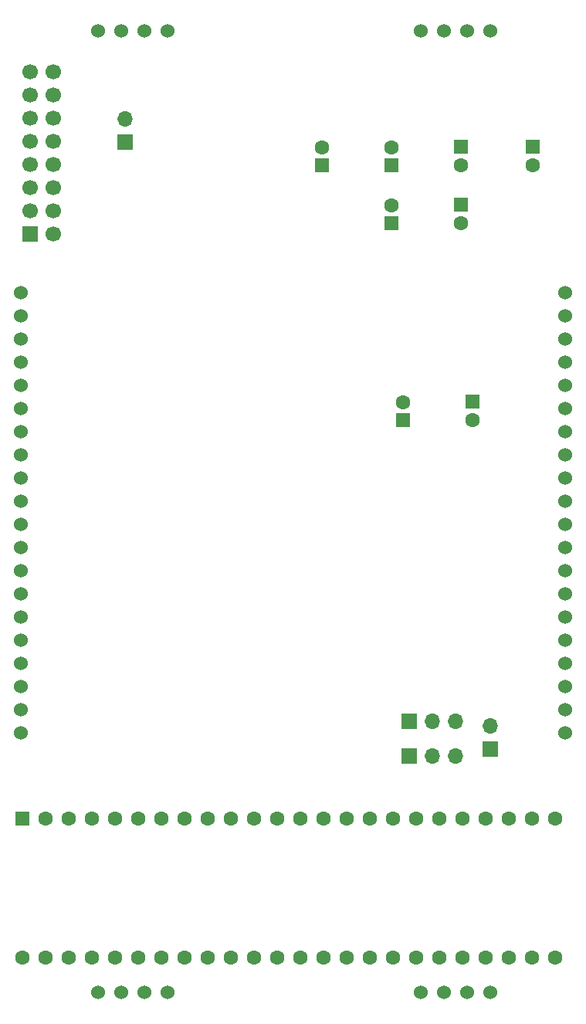
<source format=gbr>
%TF.GenerationSoftware,KiCad,Pcbnew,7.0.10*%
%TF.CreationDate,2024-05-23T22:52:30+02:00*%
%TF.ProjectId,teensy-eurorack,7465656e-7379-42d6-9575-726f7261636b,rev?*%
%TF.SameCoordinates,Original*%
%TF.FileFunction,Soldermask,Top*%
%TF.FilePolarity,Negative*%
%FSLAX46Y46*%
G04 Gerber Fmt 4.6, Leading zero omitted, Abs format (unit mm)*
G04 Created by KiCad (PCBNEW 7.0.10) date 2024-05-23 22:52:30*
%MOMM*%
%LPD*%
G01*
G04 APERTURE LIST*
%ADD10R,1.700000X1.700000*%
%ADD11C,1.700000*%
%ADD12C,1.600000*%
%ADD13R,1.600000X1.600000*%
%ADD14C,1.524000*%
%ADD15O,1.700000X1.700000*%
G04 APERTURE END LIST*
D10*
%TO.C,J28*%
X111506000Y-58293000D03*
D11*
X114046000Y-58293000D03*
X111506000Y-55753000D03*
X114046000Y-55753000D03*
X111506000Y-53213000D03*
X114046000Y-53213000D03*
X111506000Y-50673000D03*
X114046000Y-50673000D03*
X111506000Y-48133000D03*
X114046000Y-48133000D03*
X111506000Y-45593000D03*
X114046000Y-45593000D03*
X114046000Y-43053000D03*
X111506000Y-43053000D03*
X111506000Y-40513000D03*
X114046000Y-40513000D03*
%TD*%
D12*
%TO.C,C34*%
X158750000Y-50768000D03*
D13*
X158750000Y-48768000D03*
%TD*%
D14*
%TO.C,BB1*%
X110490000Y-64770000D03*
X110490000Y-67310000D03*
X110490000Y-69850000D03*
X110490000Y-72390000D03*
X110490000Y-74930000D03*
X110490000Y-77470000D03*
X110490000Y-80010000D03*
X110490000Y-82550000D03*
X110490000Y-85090000D03*
X110490000Y-87630000D03*
X110490000Y-90170000D03*
X110490000Y-92710000D03*
X110490000Y-95250000D03*
X110490000Y-97790000D03*
X110490000Y-100330000D03*
X110490000Y-102870000D03*
X110490000Y-105410000D03*
X110490000Y-107950000D03*
X110490000Y-110490000D03*
X110490000Y-113030000D03*
X170180000Y-64770000D03*
X170180000Y-67310000D03*
X170180000Y-69850000D03*
X170180000Y-72390000D03*
X170180000Y-74930000D03*
X170180000Y-77470000D03*
X170180000Y-80010000D03*
X170180000Y-82550000D03*
X170180000Y-85090000D03*
X170180000Y-87630000D03*
X170180000Y-90170000D03*
X170180000Y-92710000D03*
X170180000Y-95250000D03*
X170180000Y-97790000D03*
X170180000Y-100330000D03*
X170180000Y-102870000D03*
X170180000Y-105410000D03*
X170180000Y-107950000D03*
X170180000Y-110490000D03*
X170180000Y-113030000D03*
X161925000Y-141478000D03*
X159385000Y-141478000D03*
X156845000Y-141478000D03*
X154305000Y-141478000D03*
X126555500Y-141478000D03*
X124015500Y-141478000D03*
X121475500Y-141478000D03*
X118935500Y-141478000D03*
X118935500Y-36068000D03*
X121475500Y-36068000D03*
X124015500Y-36068000D03*
X126555500Y-36068000D03*
X154305000Y-36068000D03*
X156845000Y-36068000D03*
X159385000Y-36068000D03*
X161925000Y-36068000D03*
%TD*%
D12*
%TO.C,C33*%
X166624000Y-50768000D03*
D13*
X166624000Y-48768000D03*
%TD*%
D12*
%TO.C,C32*%
X160020000Y-78708000D03*
D13*
X160020000Y-76708000D03*
%TD*%
D12*
%TO.C,C31*%
X158750000Y-57118000D03*
D13*
X158750000Y-55118000D03*
%TD*%
D12*
%TO.C,C25*%
X151130000Y-55150000D03*
D13*
X151130000Y-57150000D03*
%TD*%
D12*
%TO.C,C23*%
X152400000Y-76740000D03*
D13*
X152400000Y-78740000D03*
%TD*%
D12*
%TO.C,C21*%
X151130000Y-48800000D03*
D13*
X151130000Y-50800000D03*
%TD*%
D12*
%TO.C,C19*%
X143510000Y-48800000D03*
D13*
X143510000Y-50800000D03*
%TD*%
D15*
%TO.C,J3*%
X158115000Y-111760000D03*
X155575000Y-111760000D03*
D10*
X153035000Y-111760000D03*
%TD*%
D15*
%TO.C,J2*%
X161925000Y-112268000D03*
D10*
X161925000Y-114808000D03*
%TD*%
D15*
%TO.C,J1*%
X158115000Y-115570000D03*
X155575000Y-115570000D03*
D10*
X153035000Y-115570000D03*
%TD*%
%TO.C,J27*%
X121920000Y-48260000D03*
D15*
X121920000Y-45720000D03*
%TD*%
D12*
%TO.C,U4*%
X110617000Y-137668000D03*
X113157000Y-137668000D03*
X115697000Y-137668000D03*
X118237000Y-137668000D03*
X120777000Y-137668000D03*
X123317000Y-137668000D03*
X125857000Y-137668000D03*
X128397000Y-137668000D03*
X130937000Y-137668000D03*
X133477000Y-137668000D03*
X136017000Y-137668000D03*
X138557000Y-137668000D03*
X141097000Y-137668000D03*
X143637000Y-137668000D03*
D13*
X110617000Y-122428000D03*
D12*
X113157000Y-122428000D03*
X115697000Y-122428000D03*
X118237000Y-122428000D03*
X120777000Y-122428000D03*
X123317000Y-122428000D03*
X125857000Y-122428000D03*
X128397000Y-122428000D03*
X130937000Y-122428000D03*
X133477000Y-122428000D03*
X136017000Y-122428000D03*
X138557000Y-122428000D03*
X141097000Y-122428000D03*
X146177000Y-137668000D03*
X148717000Y-137668000D03*
X151257000Y-137668000D03*
X153797000Y-137668000D03*
X156337000Y-137668000D03*
X158877000Y-137668000D03*
X161417000Y-137668000D03*
X163957000Y-137668000D03*
X166497000Y-137668000D03*
X169037000Y-137668000D03*
X169037000Y-122428000D03*
X166497000Y-122428000D03*
X163957000Y-122428000D03*
X161417000Y-122428000D03*
X143637000Y-122428000D03*
X146177000Y-122428000D03*
X148717000Y-122428000D03*
X158877000Y-122428000D03*
X156337000Y-122428000D03*
X153797000Y-122428000D03*
X151257000Y-122428000D03*
%TD*%
M02*

</source>
